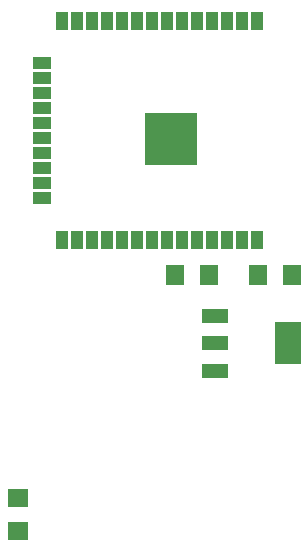
<source format=gbr>
G04 EAGLE Gerber RS-274X export*
G75*
%MOMM*%
%FSLAX34Y34*%
%LPD*%
%INSolderpaste Top*%
%IPPOS*%
%AMOC8*
5,1,8,0,0,1.08239X$1,22.5*%
G01*
%ADD10R,1.000000X1.500000*%
%ADD11R,1.500000X1.000000*%
%ADD12R,4.500000X4.500000*%
%ADD13R,2.235200X1.219200*%
%ADD14R,2.200000X3.600000*%
%ADD15R,1.600000X1.803000*%
%ADD16R,1.803000X1.600000*%


D10*
X349400Y817500D03*
X336700Y817500D03*
X324000Y817500D03*
X311300Y817500D03*
X298600Y817500D03*
X285900Y817500D03*
X273200Y817500D03*
X260500Y817500D03*
D11*
X205000Y667700D03*
D10*
X222400Y632500D03*
X235100Y632500D03*
X247800Y632500D03*
X260500Y632500D03*
X273200Y632500D03*
X285900Y632500D03*
X298600Y632500D03*
D11*
X205000Y756600D03*
D10*
X247800Y817500D03*
X235100Y817500D03*
X222400Y817500D03*
D11*
X205000Y782000D03*
X205000Y769300D03*
D10*
X362100Y817500D03*
X374800Y817500D03*
X387500Y817500D03*
D11*
X205000Y743900D03*
X205000Y731200D03*
X205000Y718500D03*
X205000Y680400D03*
X205000Y693100D03*
X205000Y705800D03*
D10*
X311300Y632500D03*
X324000Y632500D03*
X336700Y632500D03*
X349400Y632500D03*
X362100Y632500D03*
X374800Y632500D03*
X387500Y632500D03*
D12*
X314200Y718200D03*
D13*
X351512Y568114D03*
X351512Y545000D03*
X351512Y521886D03*
D14*
X413490Y545000D03*
D15*
X318280Y602500D03*
X346720Y602500D03*
X388280Y602500D03*
X416720Y602500D03*
D16*
X185000Y414220D03*
X185000Y385780D03*
M02*

</source>
